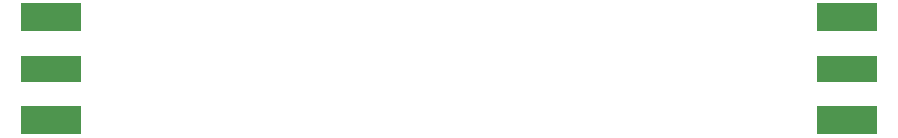
<source format=gbr>
G04 #@! TF.GenerationSoftware,KiCad,Pcbnew,(5.1.5)-3*
G04 #@! TF.CreationDate,2020-04-03T09:15:43-04:00*
G04 #@! TF.ProjectId,Project,50726f6a-6563-4742-9e6b-696361645f70,rev?*
G04 #@! TF.SameCoordinates,Original*
G04 #@! TF.FileFunction,Paste,Top*
G04 #@! TF.FilePolarity,Positive*
%FSLAX46Y46*%
G04 Gerber Fmt 4.6, Leading zero omitted, Abs format (unit mm)*
G04 Created by KiCad (PCBNEW (5.1.5)-3) date 2020-04-03 09:15:43*
%MOMM*%
%LPD*%
G04 APERTURE LIST*
%ADD10R,5.080000X2.420000*%
%ADD11R,5.080000X2.290000*%
G04 APERTURE END LIST*
D10*
X196420000Y-115000000D03*
X196420000Y-123760000D03*
D11*
X196420000Y-119380000D03*
X129090000Y-119380000D03*
D10*
X129090000Y-115000000D03*
X129090000Y-123760000D03*
M02*

</source>
